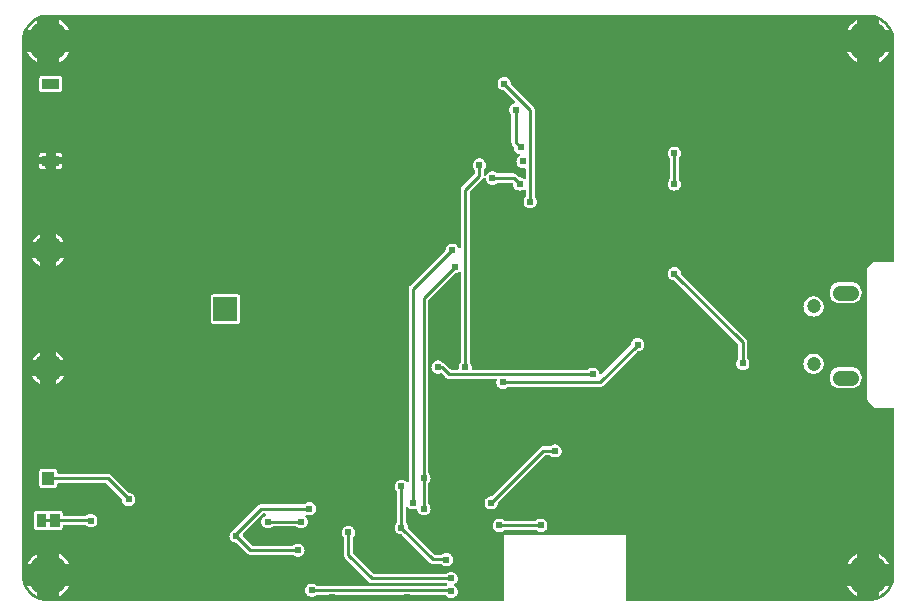
<source format=gbl>
G04 Layer: BottomLayer*
G04 EasyEDA v6.4.25, 2021-09-15T07:48:06+01:00*
G04 1eb5522c02d34d8f89c77509865788c0,48bc864c7916494db8d10f71d93e82f1,10*
G04 Gerber Generator version 0.2*
G04 Scale: 100 percent, Rotated: No, Reflected: No *
G04 Dimensions in millimeters *
G04 leading zeros omitted , absolute positions ,4 integer and 5 decimal *
%FSLAX45Y45*%
%MOMM*%

%ADD10C,0.2540*%
%ADD14C,0.6096*%
%ADD15C,0.6100*%
%ADD37C,1.2000*%
%ADD38C,3.5000*%
%ADD39C,2.5000*%
%ADD40R,2.0000X2.0000*%
%ADD41C,1.3000*%

%LPD*%
G36*
X250748Y-4994097D02*
G01*
X230022Y-4993182D01*
X210667Y-4990592D01*
X191566Y-4986324D01*
X172974Y-4980381D01*
X154889Y-4972862D01*
X137566Y-4963820D01*
X121107Y-4953304D01*
X105664Y-4941366D01*
X91236Y-4928108D01*
X78079Y-4913680D01*
X66192Y-4898136D01*
X55727Y-4881676D01*
X46736Y-4864303D01*
X39319Y-4846218D01*
X33477Y-4827574D01*
X29260Y-4808474D01*
X26771Y-4789119D01*
X25908Y-4769256D01*
X25908Y-250748D01*
X26822Y-230022D01*
X29413Y-210667D01*
X33680Y-191617D01*
X39624Y-172974D01*
X47142Y-154940D01*
X56184Y-137617D01*
X66700Y-121158D01*
X78638Y-105664D01*
X91897Y-91287D01*
X106324Y-78079D01*
X121869Y-66243D01*
X138379Y-55778D01*
X155702Y-46786D01*
X173786Y-39319D01*
X192430Y-33477D01*
X211531Y-29311D01*
X230936Y-26771D01*
X250748Y-25908D01*
X7189317Y-25908D01*
X7209993Y-26873D01*
X7229348Y-29464D01*
X7248398Y-33731D01*
X7267041Y-39624D01*
X7285075Y-47142D01*
X7302398Y-56184D01*
X7318857Y-66751D01*
X7334351Y-78689D01*
X7348728Y-91897D01*
X7361936Y-106324D01*
X7373772Y-121869D01*
X7384237Y-138379D01*
X7393228Y-155702D01*
X7400696Y-173786D01*
X7406538Y-192430D01*
X7410703Y-211531D01*
X7413244Y-230936D01*
X7414107Y-250850D01*
X7414107Y-2108352D01*
X7413345Y-2112264D01*
X7411110Y-2115515D01*
X7407859Y-2117750D01*
X7403947Y-2118512D01*
X7246061Y-2118512D01*
X7242352Y-2118817D01*
X7235291Y-2120849D01*
X7230364Y-2123592D01*
X7227163Y-2126284D01*
X7191908Y-2161336D01*
X7189368Y-2164232D01*
X7185863Y-2170684D01*
X7184288Y-2176068D01*
X7183983Y-2180386D01*
X7183983Y-3279648D01*
X7184288Y-3283458D01*
X7186320Y-3290519D01*
X7189063Y-3295396D01*
X7191857Y-3298647D01*
X7241336Y-3348126D01*
X7244232Y-3350615D01*
X7250684Y-3354171D01*
X7256068Y-3355695D01*
X7260336Y-3356000D01*
X7403947Y-3356000D01*
X7407808Y-3356762D01*
X7411110Y-3358997D01*
X7413294Y-3362248D01*
X7414107Y-3366160D01*
X7414107Y-4769256D01*
X7413142Y-4789982D01*
X7410551Y-4809337D01*
X7406284Y-4828438D01*
X7400391Y-4847082D01*
X7392873Y-4865116D01*
X7383830Y-4882438D01*
X7373264Y-4898898D01*
X7361326Y-4914392D01*
X7348118Y-4928768D01*
X7333691Y-4941925D01*
X7318146Y-4953812D01*
X7301636Y-4964277D01*
X7284262Y-4973269D01*
X7266228Y-4980686D01*
X7247585Y-4986528D01*
X7228484Y-4990744D01*
X7209078Y-4993233D01*
X7189266Y-4994097D01*
X5155184Y-4994097D01*
X5151272Y-4993335D01*
X5147970Y-4991150D01*
X5145786Y-4987848D01*
X5145024Y-4983937D01*
X5145024Y-4436008D01*
X5144008Y-4434992D01*
X4106011Y-4434992D01*
X4104995Y-4436008D01*
X4104995Y-4983937D01*
X4104233Y-4987848D01*
X4102049Y-4991150D01*
X4098747Y-4993335D01*
X4094835Y-4994097D01*
G37*

%LPC*%
G36*
X3659987Y-4966411D02*
G01*
X3669792Y-4965547D01*
X3679291Y-4963007D01*
X3688181Y-4958842D01*
X3696258Y-4953203D01*
X3703218Y-4946243D01*
X3708806Y-4938217D01*
X3712972Y-4929327D01*
X3715512Y-4919827D01*
X3716375Y-4910023D01*
X3715512Y-4900218D01*
X3712972Y-4890719D01*
X3708806Y-4881829D01*
X3703218Y-4873802D01*
X3696258Y-4866843D01*
X3691229Y-4863338D01*
X3688537Y-4860544D01*
X3687064Y-4856937D01*
X3687064Y-4853076D01*
X3688537Y-4849469D01*
X3691229Y-4846675D01*
X3696258Y-4843170D01*
X3703167Y-4836261D01*
X3708806Y-4828184D01*
X3712972Y-4819294D01*
X3715512Y-4809794D01*
X3716375Y-4800041D01*
X3715512Y-4790236D01*
X3712972Y-4780737D01*
X3708806Y-4771847D01*
X3703167Y-4763770D01*
X3696258Y-4756861D01*
X3688181Y-4751222D01*
X3679291Y-4747056D01*
X3669792Y-4744516D01*
X3659987Y-4743653D01*
X3650234Y-4744516D01*
X3640734Y-4747056D01*
X3631844Y-4751222D01*
X3623767Y-4756861D01*
X3622243Y-4758385D01*
X3618941Y-4760620D01*
X3615029Y-4761382D01*
X3010154Y-4761382D01*
X3006242Y-4760620D01*
X3002940Y-4758385D01*
X2831642Y-4587087D01*
X2829407Y-4583785D01*
X2828645Y-4579874D01*
X2828645Y-4455007D01*
X2829407Y-4451096D01*
X2831642Y-4447794D01*
X2833166Y-4446270D01*
X2838805Y-4438192D01*
X2842971Y-4429302D01*
X2845511Y-4419803D01*
X2846374Y-4410049D01*
X2845511Y-4400245D01*
X2842971Y-4390745D01*
X2838805Y-4381855D01*
X2833166Y-4373778D01*
X2826258Y-4366869D01*
X2818180Y-4361230D01*
X2809290Y-4357065D01*
X2799791Y-4354525D01*
X2790037Y-4353661D01*
X2780233Y-4354525D01*
X2770733Y-4357065D01*
X2761843Y-4361230D01*
X2753766Y-4366869D01*
X2746857Y-4373778D01*
X2741218Y-4381855D01*
X2737053Y-4390745D01*
X2734513Y-4400245D01*
X2733649Y-4410049D01*
X2734513Y-4419803D01*
X2737053Y-4429302D01*
X2741218Y-4438192D01*
X2746857Y-4446270D01*
X2748432Y-4447844D01*
X2750667Y-4451146D01*
X2751429Y-4455058D01*
X2751429Y-4599584D01*
X2752242Y-4607610D01*
X2754426Y-4614824D01*
X2757982Y-4621530D01*
X2763113Y-4627727D01*
X2962300Y-4826914D01*
X2968498Y-4832045D01*
X2975203Y-4835601D01*
X2982417Y-4837785D01*
X2990443Y-4838598D01*
X3614978Y-4838598D01*
X3618788Y-4839309D01*
X3621989Y-4841392D01*
X3624681Y-4843932D01*
X3626967Y-4847234D01*
X3627831Y-4851146D01*
X3627120Y-4855057D01*
X3624935Y-4858410D01*
X3621582Y-4860645D01*
X3617671Y-4861458D01*
X2525064Y-4861458D01*
X2521204Y-4860696D01*
X2517902Y-4858461D01*
X2516225Y-4856835D01*
X2508199Y-4851196D01*
X2499309Y-4847031D01*
X2489809Y-4844491D01*
X2480005Y-4843627D01*
X2470200Y-4844491D01*
X2460701Y-4847031D01*
X2451811Y-4851196D01*
X2443784Y-4856835D01*
X2436825Y-4863795D01*
X2431186Y-4871821D01*
X2427020Y-4880711D01*
X2424480Y-4890211D01*
X2423617Y-4900015D01*
X2424480Y-4909820D01*
X2427020Y-4919319D01*
X2431186Y-4928209D01*
X2436825Y-4936236D01*
X2443784Y-4943195D01*
X2451811Y-4948834D01*
X2460701Y-4953000D01*
X2470200Y-4955540D01*
X2480005Y-4956403D01*
X2489809Y-4955540D01*
X2499309Y-4953000D01*
X2508199Y-4948834D01*
X2516225Y-4943195D01*
X2517800Y-4941671D01*
X2521102Y-4939436D01*
X2524963Y-4938674D01*
X3606241Y-4938674D01*
X3609441Y-4939182D01*
X3612286Y-4940706D01*
X3614572Y-4942992D01*
X3616807Y-4946243D01*
X3623767Y-4953203D01*
X3631844Y-4958842D01*
X3640734Y-4963007D01*
X3650234Y-4965547D01*
G37*
G36*
X343865Y-4947462D02*
G01*
X347624Y-4945583D01*
X364134Y-4935372D01*
X379526Y-4923536D01*
X393750Y-4910328D01*
X406654Y-4895799D01*
X418033Y-4880102D01*
X427583Y-4863846D01*
X343865Y-4863846D01*
G37*
G36*
X7283856Y-4947462D02*
G01*
X7287666Y-4945583D01*
X7304125Y-4935372D01*
X7319568Y-4923536D01*
X7333742Y-4910328D01*
X7346645Y-4895799D01*
X7358024Y-4880102D01*
X7367574Y-4863846D01*
X7283856Y-4863846D01*
G37*
G36*
X156159Y-4947412D02*
G01*
X156159Y-4863846D01*
X72644Y-4863846D01*
X76809Y-4871872D01*
X87477Y-4888077D01*
X99618Y-4903216D01*
X113182Y-4917135D01*
X128016Y-4929632D01*
X144018Y-4940655D01*
G37*
G36*
X7096150Y-4947412D02*
G01*
X7096150Y-4863846D01*
X7012635Y-4863846D01*
X7016851Y-4871872D01*
X7027468Y-4888077D01*
X7039609Y-4903216D01*
X7053173Y-4917135D01*
X7068007Y-4929632D01*
X7084009Y-4940655D01*
G37*
G36*
X3620008Y-4696358D02*
G01*
X3629812Y-4695494D01*
X3639261Y-4692954D01*
X3648201Y-4688840D01*
X3656228Y-4683201D01*
X3663187Y-4676241D01*
X3668826Y-4668215D01*
X3672941Y-4659274D01*
X3675481Y-4649825D01*
X3676345Y-4640021D01*
X3675481Y-4630216D01*
X3672941Y-4620768D01*
X3668826Y-4611827D01*
X3663187Y-4603800D01*
X3656228Y-4596841D01*
X3648201Y-4591202D01*
X3639261Y-4587087D01*
X3629812Y-4584547D01*
X3620008Y-4583684D01*
X3610203Y-4584547D01*
X3600754Y-4587087D01*
X3591814Y-4591202D01*
X3583787Y-4596841D01*
X3582263Y-4598365D01*
X3578961Y-4600600D01*
X3575050Y-4601362D01*
X3530295Y-4601362D01*
X3526434Y-4600600D01*
X3523132Y-4598365D01*
X3299155Y-4374591D01*
X3297123Y-4371695D01*
X3296208Y-4368292D01*
X3295497Y-4360214D01*
X3292957Y-4350766D01*
X3288792Y-4341825D01*
X3283153Y-4333798D01*
X3281578Y-4332224D01*
X3279394Y-4328922D01*
X3278632Y-4325010D01*
X3278632Y-4202430D01*
X3279394Y-4198518D01*
X3281578Y-4195216D01*
X3284931Y-4193032D01*
X3288792Y-4192270D01*
X3292703Y-4193082D01*
X3296005Y-4195267D01*
X3303828Y-4203192D01*
X3311804Y-4208830D01*
X3320745Y-4212945D01*
X3330194Y-4215485D01*
X3339998Y-4216349D01*
X3349802Y-4215485D01*
X3364484Y-4211574D01*
X3368801Y-4212539D01*
X3372256Y-4215231D01*
X3374288Y-4219092D01*
X3377031Y-4229303D01*
X3381197Y-4238193D01*
X3386836Y-4246270D01*
X3393744Y-4253179D01*
X3401822Y-4258818D01*
X3410712Y-4262983D01*
X3420211Y-4265523D01*
X3430015Y-4266387D01*
X3439769Y-4265523D01*
X3449269Y-4262983D01*
X3458159Y-4258818D01*
X3466236Y-4253179D01*
X3473145Y-4246270D01*
X3478784Y-4238193D01*
X3482949Y-4229303D01*
X3485489Y-4219803D01*
X3486353Y-4210050D01*
X3485489Y-4200245D01*
X3482949Y-4190746D01*
X3478784Y-4181856D01*
X3473145Y-4173778D01*
X3471570Y-4172254D01*
X3469386Y-4168952D01*
X3468624Y-4165041D01*
X3468624Y-3994962D01*
X3469386Y-3991101D01*
X3471570Y-3987800D01*
X3473145Y-3986225D01*
X3478784Y-3978198D01*
X3482949Y-3969258D01*
X3485489Y-3959809D01*
X3486353Y-3950004D01*
X3485489Y-3940200D01*
X3482949Y-3930751D01*
X3478784Y-3921810D01*
X3473145Y-3913784D01*
X3471570Y-3912209D01*
X3469386Y-3908907D01*
X3468573Y-3904996D01*
X3468573Y-2443784D01*
X3469386Y-2439873D01*
X3471570Y-2436571D01*
X3689350Y-2218791D01*
X3692245Y-2216810D01*
X3695649Y-2215896D01*
X3699814Y-2215489D01*
X3709263Y-2212949D01*
X3718204Y-2208834D01*
X3725519Y-2203653D01*
X3729583Y-2201976D01*
X3734003Y-2202180D01*
X3737914Y-2204212D01*
X3740556Y-2207717D01*
X3741521Y-2211984D01*
X3741521Y-2964891D01*
X3740759Y-2968802D01*
X3738524Y-2972104D01*
X3736848Y-2973781D01*
X3731209Y-2981858D01*
X3727043Y-2990748D01*
X3724503Y-3000248D01*
X3723640Y-3010052D01*
X3724554Y-3020364D01*
X3724046Y-3024479D01*
X3721912Y-3028086D01*
X3718509Y-3030524D01*
X3714445Y-3031388D01*
X3660394Y-3031388D01*
X3656482Y-3030626D01*
X3653180Y-3028391D01*
X3607866Y-2983077D01*
X3601618Y-2977946D01*
X3594100Y-2973933D01*
X3591763Y-2972257D01*
X3586276Y-2966923D01*
X3578199Y-2961233D01*
X3569258Y-2957068D01*
X3559810Y-2954528D01*
X3550005Y-2953664D01*
X3540201Y-2954528D01*
X3530752Y-2957068D01*
X3521811Y-2961233D01*
X3513785Y-2966872D01*
X3506825Y-2973781D01*
X3501186Y-2981858D01*
X3497072Y-2990748D01*
X3494532Y-3000248D01*
X3493668Y-3010052D01*
X3494532Y-3019806D01*
X3497072Y-3029305D01*
X3501186Y-3038195D01*
X3506825Y-3046272D01*
X3513785Y-3053181D01*
X3521811Y-3058820D01*
X3530752Y-3062986D01*
X3540201Y-3065526D01*
X3550005Y-3066389D01*
X3559810Y-3065526D01*
X3573272Y-3062071D01*
X3577234Y-3062833D01*
X3580637Y-3065068D01*
X3612540Y-3096920D01*
X3618737Y-3102051D01*
X3625392Y-3105607D01*
X3632657Y-3107791D01*
X3640683Y-3108604D01*
X4037076Y-3108604D01*
X4040682Y-3109264D01*
X4043832Y-3111195D01*
X4046118Y-3114141D01*
X4047185Y-3117697D01*
X4046880Y-3121406D01*
X4044492Y-3130245D01*
X4043629Y-3140049D01*
X4044492Y-3149803D01*
X4047032Y-3159302D01*
X4051198Y-3168192D01*
X4056837Y-3176270D01*
X4063746Y-3183178D01*
X4071823Y-3188817D01*
X4080713Y-3192983D01*
X4090212Y-3195523D01*
X4099966Y-3196386D01*
X4109770Y-3195523D01*
X4119270Y-3192983D01*
X4128160Y-3188817D01*
X4136237Y-3183178D01*
X4137812Y-3181604D01*
X4141114Y-3179419D01*
X4144975Y-3178657D01*
X4919472Y-3178657D01*
X4927498Y-3177844D01*
X4934762Y-3175660D01*
X4941417Y-3172104D01*
X4947666Y-3166973D01*
X5235448Y-2879140D01*
X5238343Y-2877108D01*
X5241747Y-2876194D01*
X5249773Y-2875483D01*
X5259273Y-2872943D01*
X5268163Y-2868828D01*
X5276240Y-2863189D01*
X5283149Y-2856230D01*
X5288788Y-2848203D01*
X5292953Y-2839262D01*
X5295493Y-2829814D01*
X5296357Y-2820009D01*
X5295493Y-2810205D01*
X5292953Y-2800756D01*
X5288788Y-2791815D01*
X5283149Y-2783789D01*
X5276240Y-2776829D01*
X5268163Y-2771190D01*
X5259273Y-2767076D01*
X5249773Y-2764536D01*
X5240020Y-2763672D01*
X5230215Y-2764536D01*
X5220716Y-2767076D01*
X5211826Y-2771190D01*
X5203748Y-2776829D01*
X5196840Y-2783789D01*
X5191201Y-2791815D01*
X5187035Y-2800756D01*
X5184495Y-2810205D01*
X5183784Y-2818231D01*
X5182870Y-2821635D01*
X5180838Y-2824530D01*
X4933289Y-3072130D01*
X4930140Y-3074263D01*
X4926431Y-3075076D01*
X4922621Y-3074466D01*
X4919370Y-3072536D01*
X4917033Y-3069488D01*
X4915966Y-3065830D01*
X4915509Y-3060242D01*
X4912969Y-3050743D01*
X4908804Y-3041853D01*
X4903165Y-3033776D01*
X4896256Y-3026867D01*
X4888179Y-3021228D01*
X4879289Y-3017062D01*
X4869789Y-3014522D01*
X4860036Y-3013659D01*
X4850231Y-3014522D01*
X4840732Y-3017062D01*
X4831842Y-3021228D01*
X4823764Y-3026867D01*
X4822240Y-3028391D01*
X4818938Y-3030626D01*
X4815027Y-3031388D01*
X3845560Y-3031388D01*
X3841496Y-3030524D01*
X3838092Y-3028086D01*
X3835958Y-3024479D01*
X3835450Y-3020364D01*
X3836365Y-3010052D01*
X3835501Y-3000248D01*
X3832961Y-2990748D01*
X3828796Y-2981858D01*
X3823157Y-2973781D01*
X3821734Y-2972358D01*
X3819499Y-2969056D01*
X3818737Y-2965145D01*
X3818737Y-1530146D01*
X3819499Y-1526235D01*
X3821734Y-1522933D01*
X3926941Y-1417726D01*
X3932072Y-1411478D01*
X3934612Y-1406702D01*
X3937406Y-1403451D01*
X3941267Y-1401622D01*
X3945585Y-1401572D01*
X3949547Y-1403299D01*
X3952392Y-1406499D01*
X3953662Y-1410614D01*
X3954475Y-1419809D01*
X3957015Y-1429308D01*
X3961180Y-1438198D01*
X3966819Y-1446225D01*
X3973779Y-1453184D01*
X3981805Y-1458823D01*
X3990695Y-1462989D01*
X4000195Y-1465529D01*
X4009999Y-1466392D01*
X4019804Y-1465529D01*
X4029303Y-1462989D01*
X4038193Y-1458823D01*
X4046220Y-1453184D01*
X4047845Y-1451610D01*
X4051147Y-1449374D01*
X4055008Y-1448612D01*
X4169765Y-1448612D01*
X4173677Y-1449374D01*
X4176979Y-1451610D01*
X4180840Y-1455470D01*
X4182872Y-1458366D01*
X4183786Y-1461770D01*
X4184497Y-1469796D01*
X4187037Y-1479296D01*
X4191203Y-1488186D01*
X4196791Y-1496263D01*
X4203750Y-1503222D01*
X4211828Y-1508810D01*
X4220718Y-1512976D01*
X4230217Y-1515516D01*
X4240022Y-1516380D01*
X4249775Y-1515516D01*
X4259275Y-1512976D01*
X4268165Y-1508810D01*
X4275429Y-1503781D01*
X4279493Y-1502105D01*
X4283862Y-1502257D01*
X4287774Y-1504289D01*
X4290466Y-1507794D01*
X4291431Y-1512112D01*
X4291431Y-1564995D01*
X4290618Y-1568856D01*
X4288434Y-1572158D01*
X4286808Y-1573784D01*
X4281220Y-1581810D01*
X4277055Y-1590700D01*
X4274515Y-1600200D01*
X4273651Y-1610004D01*
X4274515Y-1619808D01*
X4277055Y-1629308D01*
X4281220Y-1638198D01*
X4286808Y-1646224D01*
X4293768Y-1653184D01*
X4301845Y-1658823D01*
X4310735Y-1662988D01*
X4320235Y-1665528D01*
X4330039Y-1666392D01*
X4339793Y-1665528D01*
X4349292Y-1662988D01*
X4358182Y-1658823D01*
X4366260Y-1653184D01*
X4373219Y-1646224D01*
X4378807Y-1638198D01*
X4382973Y-1629308D01*
X4385513Y-1619808D01*
X4386376Y-1610004D01*
X4385513Y-1600200D01*
X4382973Y-1590700D01*
X4378807Y-1581810D01*
X4373219Y-1573784D01*
X4371594Y-1572158D01*
X4369409Y-1568856D01*
X4368596Y-1564995D01*
X4368596Y-830529D01*
X4367834Y-822502D01*
X4365650Y-815289D01*
X4362094Y-808583D01*
X4356963Y-802386D01*
X4169156Y-614578D01*
X4167124Y-611682D01*
X4166209Y-608279D01*
X4165498Y-600202D01*
X4162958Y-590702D01*
X4158792Y-581812D01*
X4153204Y-573786D01*
X4146245Y-566826D01*
X4138168Y-561187D01*
X4129278Y-557022D01*
X4119778Y-554482D01*
X4110024Y-553618D01*
X4100220Y-554482D01*
X4090720Y-557022D01*
X4081830Y-561187D01*
X4073753Y-566826D01*
X4066794Y-573786D01*
X4061206Y-581812D01*
X4057040Y-590702D01*
X4054500Y-600202D01*
X4053636Y-610006D01*
X4054500Y-619810D01*
X4057040Y-629310D01*
X4061206Y-638200D01*
X4066794Y-646226D01*
X4073753Y-653186D01*
X4081830Y-658825D01*
X4090720Y-662990D01*
X4100220Y-665530D01*
X4108246Y-666242D01*
X4111650Y-667156D01*
X4114546Y-669137D01*
X4203293Y-757936D01*
X4205630Y-761441D01*
X4206290Y-765657D01*
X4205173Y-769721D01*
X4202531Y-773023D01*
X4198772Y-774903D01*
X4190746Y-777087D01*
X4181805Y-781202D01*
X4173778Y-786841D01*
X4166819Y-793800D01*
X4161180Y-801827D01*
X4157065Y-810768D01*
X4154525Y-820216D01*
X4153662Y-830021D01*
X4154525Y-839825D01*
X4157065Y-849274D01*
X4161180Y-858215D01*
X4166819Y-866241D01*
X4168394Y-867816D01*
X4170629Y-871118D01*
X4171391Y-875030D01*
X4171391Y-1109522D01*
X4172204Y-1117549D01*
X4174388Y-1124762D01*
X4177944Y-1131417D01*
X4183075Y-1137666D01*
X4190898Y-1145489D01*
X4192879Y-1148384D01*
X4193794Y-1151788D01*
X4194505Y-1159814D01*
X4197045Y-1169263D01*
X4201210Y-1178204D01*
X4206849Y-1186230D01*
X4213758Y-1193190D01*
X4221835Y-1198829D01*
X4230725Y-1202944D01*
X4236567Y-1204518D01*
X4239971Y-1206195D01*
X4242562Y-1208989D01*
X4243933Y-1212545D01*
X4243882Y-1216406D01*
X4242409Y-1219911D01*
X4239717Y-1222654D01*
X4233773Y-1226820D01*
X4226814Y-1233779D01*
X4221175Y-1241856D01*
X4217009Y-1250746D01*
X4214469Y-1260246D01*
X4213606Y-1270050D01*
X4214469Y-1279804D01*
X4217009Y-1289304D01*
X4221175Y-1298194D01*
X4226814Y-1306271D01*
X4233773Y-1313230D01*
X4241800Y-1318818D01*
X4250690Y-1322984D01*
X4260189Y-1325524D01*
X4269994Y-1326388D01*
X4280357Y-1325473D01*
X4284522Y-1325981D01*
X4288129Y-1328115D01*
X4290568Y-1331518D01*
X4291431Y-1335633D01*
X4291431Y-1407922D01*
X4290466Y-1412240D01*
X4287774Y-1415745D01*
X4283862Y-1417777D01*
X4279493Y-1417929D01*
X4275429Y-1416253D01*
X4268165Y-1411224D01*
X4259275Y-1407058D01*
X4249775Y-1404518D01*
X4241749Y-1403807D01*
X4238345Y-1402892D01*
X4235450Y-1400860D01*
X4217619Y-1383080D01*
X4211421Y-1377950D01*
X4204766Y-1374394D01*
X4197502Y-1372209D01*
X4189476Y-1371396D01*
X4055008Y-1371396D01*
X4051147Y-1370634D01*
X4047845Y-1368399D01*
X4046220Y-1366824D01*
X4038193Y-1361186D01*
X4029303Y-1357020D01*
X4019804Y-1354480D01*
X4009999Y-1353616D01*
X4000195Y-1354480D01*
X3990695Y-1357020D01*
X3981805Y-1361186D01*
X3973779Y-1366824D01*
X3966819Y-1373784D01*
X3961180Y-1381810D01*
X3957980Y-1388719D01*
X3955694Y-1391869D01*
X3952341Y-1393901D01*
X3948531Y-1394561D01*
X3944721Y-1393748D01*
X3941470Y-1391513D01*
X3939336Y-1388262D01*
X3938625Y-1384401D01*
X3938625Y-1345031D01*
X3939387Y-1341120D01*
X3941572Y-1337818D01*
X3943146Y-1336243D01*
X3948785Y-1328216D01*
X3952951Y-1319276D01*
X3955491Y-1309827D01*
X3956354Y-1300022D01*
X3955491Y-1290218D01*
X3952951Y-1280769D01*
X3948785Y-1271828D01*
X3943146Y-1263802D01*
X3936237Y-1256842D01*
X3928160Y-1251204D01*
X3919270Y-1247089D01*
X3909771Y-1244549D01*
X3900017Y-1243685D01*
X3890213Y-1244549D01*
X3880713Y-1247089D01*
X3871823Y-1251204D01*
X3863746Y-1256842D01*
X3856837Y-1263802D01*
X3851198Y-1271828D01*
X3847033Y-1280769D01*
X3844493Y-1290218D01*
X3843629Y-1300022D01*
X3844493Y-1309827D01*
X3847033Y-1319276D01*
X3851198Y-1328216D01*
X3856837Y-1336243D01*
X3858412Y-1337818D01*
X3860596Y-1341120D01*
X3861409Y-1345031D01*
X3861409Y-1369872D01*
X3860596Y-1373733D01*
X3858412Y-1377035D01*
X3753205Y-1482293D01*
X3748074Y-1488490D01*
X3744518Y-1495196D01*
X3742334Y-1502410D01*
X3741521Y-1510436D01*
X3741521Y-1994763D01*
X3740759Y-1998573D01*
X3738626Y-2001824D01*
X3735425Y-2004060D01*
X3731615Y-2004923D01*
X3727754Y-2004263D01*
X3724452Y-2002180D01*
X3722166Y-1999030D01*
X3718814Y-1991817D01*
X3713175Y-1983790D01*
X3706215Y-1976831D01*
X3698189Y-1971192D01*
X3689248Y-1967077D01*
X3679799Y-1964537D01*
X3669995Y-1963674D01*
X3660190Y-1964537D01*
X3650742Y-1967077D01*
X3641801Y-1971192D01*
X3633774Y-1976831D01*
X3626815Y-1983790D01*
X3621176Y-1991817D01*
X3617061Y-2000757D01*
X3614521Y-2010206D01*
X3613810Y-2018233D01*
X3612896Y-2021636D01*
X3610864Y-2024532D01*
X3313074Y-2322372D01*
X3307943Y-2328570D01*
X3304387Y-2335276D01*
X3302203Y-2342489D01*
X3301390Y-2350516D01*
X3301390Y-3977589D01*
X3300628Y-3981500D01*
X3298393Y-3984802D01*
X3295091Y-3986987D01*
X3291179Y-3987749D01*
X3287268Y-3986936D01*
X3284016Y-3984751D01*
X3276193Y-3976827D01*
X3268167Y-3971188D01*
X3259277Y-3967073D01*
X3249777Y-3964533D01*
X3239973Y-3963670D01*
X3230219Y-3964533D01*
X3220720Y-3967073D01*
X3211830Y-3971188D01*
X3203752Y-3976827D01*
X3196844Y-3983786D01*
X3191205Y-3991813D01*
X3187039Y-4000754D01*
X3184499Y-4010202D01*
X3183636Y-4020007D01*
X3184499Y-4029811D01*
X3187039Y-4039260D01*
X3191205Y-4048201D01*
X3196844Y-4056227D01*
X3198266Y-4057700D01*
X3200501Y-4061002D01*
X3201263Y-4064863D01*
X3201263Y-4325162D01*
X3200501Y-4329023D01*
X3198266Y-4332325D01*
X3196844Y-4333798D01*
X3191205Y-4341825D01*
X3187039Y-4350766D01*
X3184499Y-4360214D01*
X3183636Y-4370019D01*
X3184499Y-4379823D01*
X3187039Y-4389272D01*
X3191205Y-4398213D01*
X3196844Y-4406239D01*
X3203752Y-4413199D01*
X3211830Y-4418838D01*
X3220720Y-4422952D01*
X3230219Y-4425492D01*
X3238195Y-4426204D01*
X3241598Y-4427118D01*
X3244494Y-4429150D01*
X3482492Y-4666945D01*
X3488690Y-4672025D01*
X3495395Y-4675581D01*
X3502609Y-4677765D01*
X3510635Y-4678578D01*
X3574948Y-4678578D01*
X3578860Y-4679340D01*
X3582162Y-4681575D01*
X3583787Y-4683201D01*
X3591814Y-4688840D01*
X3600754Y-4692954D01*
X3610203Y-4695494D01*
G37*
G36*
X72644Y-4676140D02*
G01*
X156159Y-4676140D01*
X156159Y-4592624D01*
X144018Y-4599381D01*
X128016Y-4610404D01*
X113182Y-4622901D01*
X99618Y-4636770D01*
X87477Y-4651908D01*
X76809Y-4668164D01*
G37*
G36*
X7012635Y-4676140D02*
G01*
X7096150Y-4676140D01*
X7096150Y-4592624D01*
X7084009Y-4599381D01*
X7068007Y-4610404D01*
X7053173Y-4622901D01*
X7039609Y-4636770D01*
X7027468Y-4651908D01*
X7016851Y-4668164D01*
G37*
G36*
X343865Y-4676140D02*
G01*
X427583Y-4676140D01*
X418033Y-4659934D01*
X406654Y-4644237D01*
X393750Y-4629708D01*
X379526Y-4616450D01*
X364134Y-4604664D01*
X347624Y-4594453D01*
X343865Y-4592574D01*
G37*
G36*
X7283856Y-4676140D02*
G01*
X7367574Y-4676140D01*
X7358024Y-4659934D01*
X7346645Y-4644237D01*
X7333742Y-4629708D01*
X7319568Y-4616450D01*
X7304125Y-4604664D01*
X7287666Y-4594453D01*
X7283856Y-4592574D01*
G37*
G36*
X2363012Y-4616653D02*
G01*
X2372817Y-4615789D01*
X2382266Y-4613249D01*
X2391206Y-4609134D01*
X2399233Y-4603496D01*
X2406192Y-4596536D01*
X2411831Y-4588510D01*
X2415946Y-4579569D01*
X2418486Y-4570120D01*
X2419350Y-4560316D01*
X2418486Y-4550511D01*
X2415946Y-4541062D01*
X2411831Y-4532122D01*
X2406192Y-4524095D01*
X2399233Y-4517136D01*
X2391206Y-4511497D01*
X2382266Y-4507382D01*
X2372817Y-4504842D01*
X2363012Y-4503978D01*
X2353208Y-4504842D01*
X2343759Y-4507382D01*
X2334818Y-4511497D01*
X2326792Y-4517136D01*
X2325217Y-4518710D01*
X2321915Y-4520946D01*
X2318054Y-4521708D01*
X1980488Y-4521708D01*
X1976628Y-4520946D01*
X1973325Y-4518710D01*
X1899107Y-4444542D01*
X1897125Y-4441647D01*
X1896211Y-4438243D01*
X1895500Y-4430217D01*
X1894687Y-4427118D01*
X1894332Y-4423613D01*
X1895246Y-4420209D01*
X1897278Y-4417314D01*
X2062988Y-4251604D01*
X2066289Y-4249420D01*
X2070201Y-4248658D01*
X2084425Y-4248658D01*
X2088235Y-4249369D01*
X2091486Y-4251502D01*
X2093722Y-4254754D01*
X2094585Y-4258564D01*
X2093925Y-4262374D01*
X2091842Y-4265726D01*
X2088692Y-4268012D01*
X2081834Y-4271213D01*
X2073757Y-4276852D01*
X2066848Y-4283760D01*
X2061210Y-4291838D01*
X2057044Y-4300728D01*
X2054504Y-4310227D01*
X2053640Y-4320032D01*
X2054504Y-4329785D01*
X2057044Y-4339285D01*
X2061210Y-4348175D01*
X2066848Y-4356252D01*
X2073757Y-4363161D01*
X2081834Y-4368800D01*
X2090724Y-4372965D01*
X2100224Y-4375505D01*
X2110028Y-4376369D01*
X2119782Y-4375505D01*
X2129282Y-4372965D01*
X2138172Y-4368800D01*
X2146249Y-4363161D01*
X2147824Y-4361586D01*
X2151075Y-4359402D01*
X2154986Y-4358640D01*
X2345029Y-4358640D01*
X2348941Y-4359402D01*
X2352192Y-4361586D01*
X2353767Y-4363161D01*
X2361844Y-4368800D01*
X2370734Y-4372965D01*
X2380234Y-4375505D01*
X2389987Y-4376369D01*
X2399792Y-4375505D01*
X2409291Y-4372965D01*
X2418181Y-4368800D01*
X2426258Y-4363161D01*
X2433167Y-4356252D01*
X2438806Y-4348175D01*
X2442972Y-4339285D01*
X2445512Y-4329785D01*
X2446375Y-4320032D01*
X2445512Y-4310227D01*
X2442972Y-4300728D01*
X2438806Y-4291838D01*
X2433167Y-4283760D01*
X2428341Y-4278934D01*
X2426106Y-4275582D01*
X2425344Y-4271619D01*
X2426208Y-4267708D01*
X2428544Y-4264406D01*
X2431948Y-4262272D01*
X2435910Y-4261612D01*
X2450185Y-4265523D01*
X2459990Y-4266387D01*
X2469794Y-4265523D01*
X2479243Y-4262983D01*
X2488184Y-4258818D01*
X2496210Y-4253179D01*
X2503170Y-4246270D01*
X2508808Y-4238193D01*
X2512923Y-4229303D01*
X2515463Y-4219803D01*
X2516327Y-4210050D01*
X2515463Y-4200245D01*
X2512923Y-4190746D01*
X2508808Y-4181856D01*
X2503170Y-4173778D01*
X2496210Y-4166870D01*
X2488184Y-4161231D01*
X2479243Y-4157065D01*
X2469794Y-4154525D01*
X2459990Y-4153662D01*
X2450185Y-4154525D01*
X2440736Y-4157065D01*
X2431796Y-4161231D01*
X2423769Y-4166870D01*
X2422194Y-4168444D01*
X2418892Y-4170629D01*
X2414981Y-4171442D01*
X2050491Y-4171442D01*
X2042464Y-4172204D01*
X2035251Y-4174388D01*
X2028596Y-4177944D01*
X2022348Y-4183075D01*
X1817522Y-4387900D01*
X1814626Y-4389932D01*
X1811832Y-4391202D01*
X1803755Y-4396841D01*
X1796846Y-4403801D01*
X1791207Y-4411827D01*
X1787042Y-4420768D01*
X1784502Y-4430217D01*
X1783638Y-4440021D01*
X1784502Y-4449826D01*
X1787042Y-4459274D01*
X1791207Y-4468215D01*
X1796846Y-4476242D01*
X1803755Y-4483201D01*
X1811832Y-4488840D01*
X1820722Y-4492955D01*
X1830222Y-4495495D01*
X1838248Y-4496206D01*
X1841652Y-4497120D01*
X1844548Y-4499152D01*
X1932635Y-4587240D01*
X1938883Y-4592370D01*
X1945538Y-4595926D01*
X1952752Y-4598111D01*
X1960778Y-4598924D01*
X2318004Y-4598924D01*
X2321915Y-4599686D01*
X2325217Y-4601870D01*
X2326792Y-4603496D01*
X2334818Y-4609134D01*
X2343759Y-4613249D01*
X2353208Y-4615789D01*
G37*
G36*
X4069994Y-4406392D02*
G01*
X4079798Y-4405528D01*
X4089298Y-4402988D01*
X4098188Y-4398822D01*
X4106214Y-4393184D01*
X4107840Y-4391609D01*
X4111142Y-4389374D01*
X4115003Y-4388612D01*
X4374997Y-4388612D01*
X4378909Y-4389374D01*
X4382211Y-4391609D01*
X4383786Y-4393184D01*
X4391812Y-4398822D01*
X4400753Y-4402937D01*
X4410202Y-4405477D01*
X4420006Y-4406341D01*
X4429810Y-4405477D01*
X4439259Y-4402937D01*
X4448200Y-4398822D01*
X4456226Y-4393184D01*
X4463186Y-4386224D01*
X4468825Y-4378198D01*
X4472940Y-4369257D01*
X4475480Y-4359808D01*
X4476343Y-4350004D01*
X4475480Y-4340199D01*
X4472940Y-4330750D01*
X4468825Y-4321810D01*
X4463186Y-4313783D01*
X4456226Y-4306824D01*
X4448200Y-4301185D01*
X4439259Y-4297070D01*
X4429810Y-4294530D01*
X4420006Y-4293666D01*
X4410202Y-4294530D01*
X4400753Y-4297070D01*
X4391812Y-4301185D01*
X4383786Y-4306824D01*
X4382211Y-4308398D01*
X4378909Y-4310634D01*
X4374997Y-4311396D01*
X4115003Y-4311396D01*
X4111142Y-4310634D01*
X4107840Y-4308398D01*
X4106214Y-4306824D01*
X4098188Y-4301185D01*
X4089298Y-4297019D01*
X4079798Y-4294479D01*
X4069994Y-4293616D01*
X4060190Y-4294479D01*
X4050690Y-4297019D01*
X4041800Y-4301185D01*
X4033774Y-4306824D01*
X4026814Y-4313783D01*
X4021175Y-4321810D01*
X4017010Y-4330700D01*
X4014470Y-4340199D01*
X4013606Y-4350004D01*
X4014470Y-4359808D01*
X4017010Y-4369308D01*
X4021175Y-4378198D01*
X4026814Y-4386224D01*
X4033774Y-4393184D01*
X4041800Y-4398822D01*
X4050690Y-4402988D01*
X4060190Y-4405528D01*
G37*
G36*
X154736Y-4388662D02*
G01*
X233578Y-4388662D01*
X239877Y-4387951D01*
X246634Y-4385513D01*
X250037Y-4384903D01*
X253441Y-4385513D01*
X260197Y-4387951D01*
X266496Y-4388662D01*
X345338Y-4388662D01*
X351688Y-4387900D01*
X357124Y-4386021D01*
X362051Y-4382922D01*
X366115Y-4378858D01*
X369214Y-4373930D01*
X371094Y-4368495D01*
X371856Y-4362145D01*
X371856Y-4356557D01*
X372618Y-4352696D01*
X374802Y-4349394D01*
X378104Y-4347210D01*
X382016Y-4346397D01*
X562813Y-4346397D01*
X566674Y-4347210D01*
X569976Y-4349394D01*
X573786Y-4353204D01*
X581812Y-4358843D01*
X590753Y-4362958D01*
X600202Y-4365498D01*
X610006Y-4366361D01*
X619810Y-4365498D01*
X629259Y-4362958D01*
X638200Y-4358843D01*
X646226Y-4353204D01*
X653186Y-4346244D01*
X658825Y-4338218D01*
X662940Y-4329277D01*
X665480Y-4319828D01*
X666343Y-4310024D01*
X665480Y-4300220D01*
X662940Y-4290771D01*
X658825Y-4281830D01*
X653186Y-4273804D01*
X646226Y-4266844D01*
X638200Y-4261205D01*
X629259Y-4257090D01*
X619810Y-4254550D01*
X610006Y-4253687D01*
X600202Y-4254550D01*
X590753Y-4257090D01*
X581812Y-4261205D01*
X573074Y-4267352D01*
X570280Y-4268724D01*
X567232Y-4269181D01*
X382016Y-4269181D01*
X378104Y-4268419D01*
X374802Y-4266234D01*
X372618Y-4262932D01*
X371856Y-4259021D01*
X371856Y-4253331D01*
X371094Y-4246981D01*
X369214Y-4241546D01*
X366115Y-4236618D01*
X362051Y-4232554D01*
X357124Y-4229455D01*
X351688Y-4227576D01*
X345338Y-4226864D01*
X266496Y-4226864D01*
X260197Y-4227525D01*
X253441Y-4229963D01*
X250037Y-4230573D01*
X246634Y-4229963D01*
X239877Y-4227525D01*
X233578Y-4226864D01*
X154736Y-4226864D01*
X148386Y-4227576D01*
X142951Y-4229455D01*
X138023Y-4232554D01*
X133959Y-4236618D01*
X130860Y-4241546D01*
X128981Y-4246981D01*
X128270Y-4253331D01*
X128270Y-4362145D01*
X128981Y-4368495D01*
X130860Y-4373930D01*
X133959Y-4378858D01*
X138023Y-4382922D01*
X142951Y-4386021D01*
X148386Y-4387900D01*
G37*
G36*
X3999992Y-4216349D02*
G01*
X4009796Y-4215485D01*
X4019245Y-4212945D01*
X4028186Y-4208830D01*
X4036212Y-4203192D01*
X4043172Y-4196232D01*
X4048810Y-4188206D01*
X4052925Y-4179265D01*
X4055465Y-4169816D01*
X4056176Y-4161790D01*
X4057091Y-4158386D01*
X4059123Y-4155490D01*
X4453026Y-3761587D01*
X4456328Y-3759403D01*
X4460189Y-3758641D01*
X4495038Y-3758641D01*
X4498898Y-3759403D01*
X4502200Y-3761587D01*
X4503775Y-3763162D01*
X4511802Y-3768801D01*
X4520742Y-3772966D01*
X4530191Y-3775506D01*
X4539996Y-3776370D01*
X4549800Y-3775506D01*
X4559249Y-3772966D01*
X4568190Y-3768801D01*
X4576216Y-3763162D01*
X4583176Y-3756253D01*
X4588814Y-3748176D01*
X4592929Y-3739286D01*
X4595469Y-3729786D01*
X4596333Y-3720033D01*
X4595469Y-3710228D01*
X4592929Y-3700729D01*
X4588814Y-3691839D01*
X4583176Y-3683762D01*
X4576216Y-3676853D01*
X4568190Y-3671214D01*
X4559249Y-3667048D01*
X4549800Y-3664508D01*
X4539996Y-3663645D01*
X4530191Y-3664508D01*
X4520742Y-3667048D01*
X4511802Y-3671214D01*
X4503775Y-3676853D01*
X4502200Y-3678428D01*
X4498898Y-3680612D01*
X4494987Y-3681425D01*
X4440478Y-3681425D01*
X4432452Y-3682187D01*
X4425238Y-3684371D01*
X4418584Y-3687927D01*
X4412335Y-3693058D01*
X4004513Y-4100880D01*
X4001617Y-4102912D01*
X3998214Y-4103827D01*
X3990187Y-4104538D01*
X3980738Y-4107078D01*
X3971798Y-4111193D01*
X3963771Y-4116832D01*
X3956812Y-4123791D01*
X3951173Y-4131818D01*
X3947058Y-4140758D01*
X3944518Y-4150207D01*
X3943654Y-4160012D01*
X3944518Y-4169816D01*
X3947058Y-4179265D01*
X3951173Y-4188206D01*
X3956812Y-4196232D01*
X3963771Y-4203192D01*
X3971798Y-4208830D01*
X3980738Y-4212945D01*
X3990187Y-4215485D01*
G37*
G36*
X929995Y-4186377D02*
G01*
X939800Y-4185513D01*
X949248Y-4182973D01*
X958189Y-4178808D01*
X966216Y-4173169D01*
X973175Y-4166260D01*
X978814Y-4158183D01*
X982929Y-4149293D01*
X985469Y-4139793D01*
X986332Y-4130040D01*
X985469Y-4120235D01*
X982929Y-4110736D01*
X978814Y-4101846D01*
X973175Y-4093768D01*
X966216Y-4086860D01*
X958189Y-4081221D01*
X949248Y-4077055D01*
X939800Y-4074515D01*
X931773Y-4073804D01*
X928369Y-4072890D01*
X925474Y-4070858D01*
X779780Y-3925163D01*
X773531Y-3920083D01*
X766876Y-3916527D01*
X759663Y-3914343D01*
X751636Y-3913530D01*
X336143Y-3913530D01*
X332232Y-3912768D01*
X328980Y-3910533D01*
X326745Y-3907231D01*
X325983Y-3903370D01*
X325983Y-3897731D01*
X325272Y-3891381D01*
X323342Y-3885946D01*
X320294Y-3881018D01*
X316179Y-3876954D01*
X311302Y-3873855D01*
X305816Y-3871976D01*
X299516Y-3871264D01*
X200558Y-3871264D01*
X194259Y-3871976D01*
X188772Y-3873855D01*
X183896Y-3876954D01*
X179781Y-3881018D01*
X176733Y-3885946D01*
X174802Y-3891381D01*
X174091Y-3897731D01*
X174091Y-4006545D01*
X174802Y-4012895D01*
X176733Y-4018330D01*
X179781Y-4023258D01*
X183896Y-4027322D01*
X188772Y-4030421D01*
X194259Y-4032300D01*
X200558Y-4033062D01*
X299516Y-4033062D01*
X305816Y-4032300D01*
X311302Y-4030421D01*
X316179Y-4027322D01*
X320294Y-4023258D01*
X323342Y-4018330D01*
X325272Y-4012895D01*
X325983Y-4006545D01*
X325983Y-4000906D01*
X326745Y-3996994D01*
X328980Y-3993743D01*
X332232Y-3991508D01*
X336143Y-3990746D01*
X731926Y-3990746D01*
X735787Y-3991508D01*
X739089Y-3993743D01*
X870864Y-4125468D01*
X872896Y-4128363D01*
X873810Y-4131767D01*
X874521Y-4139793D01*
X877062Y-4149293D01*
X881176Y-4158183D01*
X886815Y-4166260D01*
X893775Y-4173169D01*
X901801Y-4178808D01*
X910742Y-4182973D01*
X920191Y-4185513D01*
G37*
G36*
X6955332Y-3190798D02*
G01*
X7044639Y-3190798D01*
X7057339Y-3189935D01*
X7069531Y-3187395D01*
X7081215Y-3183229D01*
X7092188Y-3177540D01*
X7102348Y-3170377D01*
X7111390Y-3161944D01*
X7119213Y-3152292D01*
X7125665Y-3141726D01*
X7130643Y-3130346D01*
X7133945Y-3118358D01*
X7135672Y-3106115D01*
X7135672Y-3093669D01*
X7133945Y-3081375D01*
X7130643Y-3069437D01*
X7125665Y-3058058D01*
X7119213Y-3047492D01*
X7111390Y-3037840D01*
X7102348Y-3029407D01*
X7092188Y-3022244D01*
X7081215Y-3016554D01*
X7069531Y-3012389D01*
X7057339Y-3009849D01*
X7044639Y-3008985D01*
X6955332Y-3008985D01*
X6942632Y-3009849D01*
X6930440Y-3012389D01*
X6918756Y-3016554D01*
X6907784Y-3022244D01*
X6897624Y-3029407D01*
X6888581Y-3037840D01*
X6880758Y-3047492D01*
X6874306Y-3058058D01*
X6869328Y-3069437D01*
X6866026Y-3081375D01*
X6864299Y-3093669D01*
X6864299Y-3106115D01*
X6866026Y-3118358D01*
X6869328Y-3130346D01*
X6874306Y-3141726D01*
X6880758Y-3152292D01*
X6888581Y-3161944D01*
X6897624Y-3170377D01*
X6907784Y-3177540D01*
X6918756Y-3183229D01*
X6930440Y-3187395D01*
X6942632Y-3189935D01*
G37*
G36*
X181152Y-3154070D02*
G01*
X181152Y-3088843D01*
X115925Y-3088843D01*
X122224Y-3100273D01*
X132029Y-3114090D01*
X143306Y-3126689D01*
X155905Y-3137966D01*
X169722Y-3147771D01*
G37*
G36*
X318871Y-3154070D02*
G01*
X330301Y-3147771D01*
X344068Y-3137966D01*
X356717Y-3126689D01*
X367995Y-3114090D01*
X377748Y-3100273D01*
X384098Y-3088843D01*
X318871Y-3088843D01*
G37*
G36*
X6729984Y-3068269D02*
G01*
X6742226Y-3067405D01*
X6754164Y-3064814D01*
X6765645Y-3060496D01*
X6776415Y-3054654D01*
X6786219Y-3047288D01*
X6794906Y-3038652D01*
X6802221Y-3028848D01*
X6808114Y-3018078D01*
X6812381Y-3006598D01*
X6814972Y-2994609D01*
X6815886Y-2982417D01*
X6814972Y-2970174D01*
X6812381Y-2958185D01*
X6808114Y-2946704D01*
X6802221Y-2935986D01*
X6794906Y-2926181D01*
X6786219Y-2917494D01*
X6776415Y-2910128D01*
X6765645Y-2904286D01*
X6754164Y-2899968D01*
X6742226Y-2897378D01*
X6729984Y-2896514D01*
X6717741Y-2897378D01*
X6705803Y-2899968D01*
X6694322Y-2904286D01*
X6683552Y-2910128D01*
X6673748Y-2917494D01*
X6665061Y-2926181D01*
X6657746Y-2935986D01*
X6651853Y-2946704D01*
X6647586Y-2958185D01*
X6644995Y-2970174D01*
X6644081Y-2982417D01*
X6644995Y-2994609D01*
X6647586Y-3006598D01*
X6651853Y-3018078D01*
X6657746Y-3028848D01*
X6665061Y-3038652D01*
X6673748Y-3047288D01*
X6683552Y-3054654D01*
X6694322Y-3060496D01*
X6705803Y-3064814D01*
X6717741Y-3067405D01*
G37*
G36*
X6130036Y-3036366D02*
G01*
X6139789Y-3035503D01*
X6149289Y-3032963D01*
X6158179Y-3028797D01*
X6166256Y-3023158D01*
X6173165Y-3016250D01*
X6178804Y-3008172D01*
X6182969Y-2999282D01*
X6185509Y-2989783D01*
X6186373Y-2980029D01*
X6185509Y-2970225D01*
X6182969Y-2960725D01*
X6178804Y-2951835D01*
X6173165Y-2943758D01*
X6171590Y-2942183D01*
X6169406Y-2938881D01*
X6168644Y-2935020D01*
X6168644Y-2800502D01*
X6167831Y-2792476D01*
X6165646Y-2785262D01*
X6162090Y-2778607D01*
X6156960Y-2772359D01*
X5609132Y-2224532D01*
X5607100Y-2221636D01*
X5606186Y-2218232D01*
X5605475Y-2210206D01*
X5602935Y-2200757D01*
X5598820Y-2191816D01*
X5593181Y-2183790D01*
X5586222Y-2176830D01*
X5578195Y-2171192D01*
X5569254Y-2167077D01*
X5559806Y-2164537D01*
X5550001Y-2163673D01*
X5540197Y-2164537D01*
X5530748Y-2167077D01*
X5521807Y-2171192D01*
X5513781Y-2176830D01*
X5506821Y-2183790D01*
X5501182Y-2191816D01*
X5497068Y-2200757D01*
X5494528Y-2210206D01*
X5493664Y-2220010D01*
X5494528Y-2229815D01*
X5497068Y-2239264D01*
X5501182Y-2248204D01*
X5506821Y-2256231D01*
X5513781Y-2263190D01*
X5521807Y-2268829D01*
X5530748Y-2272944D01*
X5540197Y-2275484D01*
X5548223Y-2276195D01*
X5551627Y-2277110D01*
X5554522Y-2279142D01*
X6088430Y-2813050D01*
X6090615Y-2816352D01*
X6091428Y-2820212D01*
X6091428Y-2935020D01*
X6090615Y-2938881D01*
X6088430Y-2942183D01*
X6086856Y-2943758D01*
X6081217Y-2951835D01*
X6077051Y-2960725D01*
X6074511Y-2970225D01*
X6073648Y-2980029D01*
X6074511Y-2989783D01*
X6077051Y-2999282D01*
X6081217Y-3008172D01*
X6086856Y-3016250D01*
X6093764Y-3023158D01*
X6101842Y-3028797D01*
X6110732Y-3032963D01*
X6120231Y-3035503D01*
G37*
G36*
X318871Y-2951175D02*
G01*
X384098Y-2951175D01*
X377748Y-2939745D01*
X367995Y-2925927D01*
X356717Y-2913329D01*
X344068Y-2902051D01*
X330301Y-2892247D01*
X318871Y-2885948D01*
G37*
G36*
X115925Y-2951175D02*
G01*
X181152Y-2951175D01*
X181152Y-2885948D01*
X169722Y-2892247D01*
X155905Y-2902051D01*
X143306Y-2913329D01*
X132029Y-2925927D01*
X122224Y-2939745D01*
G37*
G36*
X1650593Y-2645918D02*
G01*
X1849424Y-2645918D01*
X1855774Y-2645206D01*
X1861210Y-2643276D01*
X1866138Y-2640228D01*
X1870202Y-2636113D01*
X1873300Y-2631236D01*
X1875180Y-2625750D01*
X1875891Y-2619451D01*
X1875891Y-2420569D01*
X1875180Y-2414270D01*
X1873300Y-2408783D01*
X1870202Y-2403906D01*
X1866138Y-2399792D01*
X1861210Y-2396744D01*
X1855774Y-2394813D01*
X1849424Y-2394102D01*
X1650593Y-2394102D01*
X1644243Y-2394813D01*
X1638807Y-2396744D01*
X1633880Y-2399792D01*
X1629816Y-2403906D01*
X1626717Y-2408783D01*
X1624787Y-2414270D01*
X1624076Y-2420569D01*
X1624076Y-2619451D01*
X1624787Y-2625750D01*
X1626717Y-2631236D01*
X1629816Y-2636113D01*
X1633880Y-2640228D01*
X1638807Y-2643276D01*
X1644243Y-2645206D01*
G37*
G36*
X6729984Y-2583281D02*
G01*
X6742226Y-2582418D01*
X6754164Y-2579827D01*
X6765645Y-2575509D01*
X6776415Y-2569667D01*
X6786219Y-2562301D01*
X6794906Y-2553665D01*
X6802221Y-2543810D01*
X6808114Y-2533091D01*
X6812381Y-2521610D01*
X6814972Y-2509621D01*
X6815886Y-2497378D01*
X6814972Y-2485186D01*
X6812381Y-2473198D01*
X6808114Y-2461717D01*
X6802221Y-2450947D01*
X6794906Y-2441143D01*
X6786219Y-2432507D01*
X6776415Y-2425141D01*
X6765645Y-2419299D01*
X6754164Y-2414981D01*
X6742226Y-2412390D01*
X6729984Y-2411526D01*
X6717741Y-2412390D01*
X6705803Y-2414981D01*
X6694322Y-2419299D01*
X6683552Y-2425141D01*
X6673748Y-2432507D01*
X6665061Y-2441143D01*
X6657746Y-2450947D01*
X6651853Y-2461717D01*
X6647586Y-2473198D01*
X6644995Y-2485186D01*
X6644081Y-2497378D01*
X6644995Y-2509621D01*
X6647586Y-2521610D01*
X6651853Y-2533091D01*
X6657746Y-2543810D01*
X6665061Y-2553665D01*
X6673748Y-2562301D01*
X6683552Y-2569667D01*
X6694322Y-2575509D01*
X6705803Y-2579827D01*
X6717741Y-2582418D01*
G37*
G36*
X6955332Y-2470810D02*
G01*
X7044639Y-2470810D01*
X7057339Y-2469946D01*
X7069531Y-2467406D01*
X7081215Y-2463241D01*
X7092188Y-2457551D01*
X7102348Y-2450388D01*
X7111390Y-2441956D01*
X7119213Y-2432304D01*
X7125665Y-2421737D01*
X7130643Y-2410358D01*
X7133945Y-2398420D01*
X7135672Y-2386126D01*
X7135672Y-2373680D01*
X7133945Y-2361438D01*
X7130643Y-2349449D01*
X7125665Y-2338070D01*
X7119213Y-2327503D01*
X7111390Y-2317851D01*
X7102348Y-2309418D01*
X7092188Y-2302256D01*
X7081215Y-2296566D01*
X7069531Y-2292400D01*
X7057339Y-2289860D01*
X7044639Y-2288997D01*
X6955332Y-2288997D01*
X6942632Y-2289860D01*
X6930440Y-2292400D01*
X6918756Y-2296566D01*
X6907784Y-2302256D01*
X6897624Y-2309418D01*
X6888581Y-2317851D01*
X6880758Y-2327503D01*
X6874306Y-2338070D01*
X6869328Y-2349449D01*
X6866026Y-2361438D01*
X6864299Y-2373680D01*
X6864299Y-2386126D01*
X6866026Y-2398420D01*
X6869328Y-2410358D01*
X6874306Y-2421737D01*
X6880758Y-2432304D01*
X6888581Y-2441956D01*
X6897624Y-2450388D01*
X6907784Y-2457551D01*
X6918756Y-2463241D01*
X6930440Y-2467406D01*
X6942632Y-2469946D01*
G37*
G36*
X181152Y-2154072D02*
G01*
X181152Y-2088845D01*
X115925Y-2088845D01*
X122224Y-2100275D01*
X132029Y-2114092D01*
X143306Y-2126691D01*
X155905Y-2137968D01*
X169722Y-2147773D01*
G37*
G36*
X318871Y-2154072D02*
G01*
X330301Y-2147773D01*
X344068Y-2137968D01*
X356717Y-2126691D01*
X367995Y-2114092D01*
X377748Y-2100275D01*
X384098Y-2088845D01*
X318871Y-2088845D01*
G37*
G36*
X318871Y-1951177D02*
G01*
X384098Y-1951177D01*
X377748Y-1939747D01*
X367995Y-1925929D01*
X356717Y-1913331D01*
X344068Y-1902053D01*
X330301Y-1892249D01*
X318871Y-1885950D01*
G37*
G36*
X115925Y-1951177D02*
G01*
X181152Y-1951177D01*
X181152Y-1885950D01*
X169722Y-1892249D01*
X155905Y-1902053D01*
X143306Y-1913331D01*
X132029Y-1925929D01*
X122224Y-1939747D01*
G37*
G36*
X5550001Y-1516380D02*
G01*
X5559806Y-1515516D01*
X5569305Y-1512976D01*
X5578195Y-1508810D01*
X5586222Y-1503222D01*
X5593181Y-1496263D01*
X5598820Y-1488186D01*
X5602986Y-1479296D01*
X5605526Y-1469796D01*
X5606389Y-1460042D01*
X5605526Y-1450238D01*
X5602986Y-1440738D01*
X5598820Y-1431848D01*
X5593181Y-1423771D01*
X5591606Y-1422196D01*
X5589371Y-1418894D01*
X5588609Y-1414983D01*
X5588609Y-1245006D01*
X5589371Y-1241145D01*
X5591606Y-1237843D01*
X5593181Y-1236268D01*
X5598820Y-1228191D01*
X5602935Y-1219301D01*
X5605475Y-1209802D01*
X5606338Y-1200048D01*
X5605475Y-1190244D01*
X5602935Y-1180744D01*
X5598820Y-1171854D01*
X5593181Y-1163777D01*
X5586222Y-1156868D01*
X5578195Y-1151229D01*
X5569254Y-1147064D01*
X5559806Y-1144524D01*
X5550001Y-1143660D01*
X5540197Y-1144524D01*
X5530748Y-1147064D01*
X5521807Y-1151229D01*
X5513781Y-1156868D01*
X5506821Y-1163777D01*
X5501182Y-1171854D01*
X5497068Y-1180744D01*
X5494528Y-1190244D01*
X5493664Y-1200048D01*
X5494528Y-1209802D01*
X5497068Y-1219301D01*
X5501182Y-1228191D01*
X5506821Y-1236268D01*
X5508396Y-1237843D01*
X5510631Y-1241145D01*
X5511393Y-1245006D01*
X5511393Y-1414983D01*
X5510631Y-1418894D01*
X5508396Y-1422196D01*
X5506821Y-1423771D01*
X5501182Y-1431848D01*
X5497017Y-1440738D01*
X5494477Y-1450238D01*
X5493613Y-1460042D01*
X5494477Y-1469796D01*
X5497017Y-1479296D01*
X5501182Y-1488186D01*
X5506821Y-1496263D01*
X5513781Y-1503222D01*
X5521807Y-1508810D01*
X5530697Y-1512976D01*
X5540197Y-1515516D01*
G37*
G36*
X200558Y-1335887D02*
G01*
X228650Y-1335887D01*
X228650Y-1293876D01*
X174091Y-1293876D01*
X174091Y-1309420D01*
X174802Y-1315770D01*
X176733Y-1321206D01*
X179781Y-1326134D01*
X183896Y-1330198D01*
X188772Y-1333296D01*
X194259Y-1335176D01*
G37*
G36*
X311353Y-1335887D02*
G01*
X339445Y-1335887D01*
X345744Y-1335176D01*
X351231Y-1333296D01*
X356108Y-1330198D01*
X360222Y-1326134D01*
X363270Y-1321206D01*
X365201Y-1315770D01*
X365912Y-1309420D01*
X365912Y-1293876D01*
X311353Y-1293876D01*
G37*
G36*
X174091Y-1236167D02*
G01*
X228650Y-1236167D01*
X228650Y-1194104D01*
X200558Y-1194104D01*
X194259Y-1194816D01*
X188772Y-1196746D01*
X183896Y-1199794D01*
X179781Y-1203909D01*
X176733Y-1208786D01*
X174802Y-1214272D01*
X174091Y-1220571D01*
G37*
G36*
X311353Y-1236167D02*
G01*
X365912Y-1236167D01*
X365912Y-1220571D01*
X365201Y-1214272D01*
X363270Y-1208786D01*
X360222Y-1203909D01*
X356108Y-1199794D01*
X351231Y-1196746D01*
X345744Y-1194816D01*
X339445Y-1194104D01*
X311353Y-1194104D01*
G37*
G36*
X200558Y-685901D02*
G01*
X339445Y-685901D01*
X345744Y-685190D01*
X351231Y-683310D01*
X356108Y-680212D01*
X360222Y-676148D01*
X363270Y-671220D01*
X365201Y-665784D01*
X365912Y-659434D01*
X365912Y-570585D01*
X365201Y-564286D01*
X363270Y-558800D01*
X360222Y-553923D01*
X356108Y-549808D01*
X351231Y-546760D01*
X345744Y-544830D01*
X339445Y-544118D01*
X200558Y-544118D01*
X194259Y-544830D01*
X188772Y-546760D01*
X183896Y-549808D01*
X179781Y-553923D01*
X176733Y-558800D01*
X174802Y-564286D01*
X174091Y-570585D01*
X174091Y-659434D01*
X174802Y-665784D01*
X176733Y-671220D01*
X179781Y-676148D01*
X183896Y-680212D01*
X188772Y-683310D01*
X194259Y-685190D01*
G37*
G36*
X156159Y-427431D02*
G01*
X156159Y-343865D01*
X72644Y-343865D01*
X76809Y-351840D01*
X87477Y-368096D01*
X99618Y-383235D01*
X113182Y-397103D01*
X128016Y-409651D01*
X144018Y-420674D01*
G37*
G36*
X7096150Y-427431D02*
G01*
X7096150Y-343865D01*
X7012635Y-343865D01*
X7016851Y-351840D01*
X7027468Y-368096D01*
X7039609Y-383235D01*
X7053173Y-397103D01*
X7068007Y-409651D01*
X7084009Y-420674D01*
G37*
G36*
X343865Y-427431D02*
G01*
X347624Y-425602D01*
X364134Y-415340D01*
X379526Y-403555D01*
X393750Y-390347D01*
X406654Y-375818D01*
X418033Y-360121D01*
X427583Y-343865D01*
X343865Y-343865D01*
G37*
G36*
X7283856Y-427431D02*
G01*
X7287666Y-425602D01*
X7304125Y-415340D01*
X7319568Y-403555D01*
X7333742Y-390347D01*
X7346645Y-375818D01*
X7358024Y-360121D01*
X7367574Y-343865D01*
X7283856Y-343865D01*
G37*
G36*
X72644Y-156159D02*
G01*
X156159Y-156159D01*
X156159Y-72593D01*
X144018Y-79349D01*
X128016Y-90373D01*
X113182Y-102920D01*
X99618Y-116789D01*
X87477Y-131927D01*
X76809Y-148183D01*
G37*
G36*
X7012635Y-156159D02*
G01*
X7096150Y-156159D01*
X7096150Y-72593D01*
X7084009Y-79349D01*
X7068007Y-90373D01*
X7053173Y-102920D01*
X7039609Y-116789D01*
X7027468Y-131927D01*
X7016851Y-148183D01*
G37*
G36*
X343865Y-156159D02*
G01*
X427583Y-156159D01*
X418033Y-139903D01*
X406654Y-124206D01*
X393750Y-109677D01*
X379526Y-96469D01*
X364134Y-84683D01*
X347624Y-74422D01*
X343865Y-72593D01*
G37*
G36*
X7283856Y-156159D02*
G01*
X7367574Y-156159D01*
X7358024Y-139903D01*
X7346645Y-124206D01*
X7333742Y-109677D01*
X7319568Y-96469D01*
X7304125Y-84683D01*
X7287666Y-74422D01*
X7283856Y-72593D01*
G37*

%LPD*%
D10*
X3620109Y-4639957D02*
G01*
X3510127Y-4639957D01*
X3239871Y-4369955D01*
X3239871Y-4019943D01*
X2790037Y-4410087D02*
G01*
X2790037Y-4600079D01*
X2989935Y-4799977D01*
X3659987Y-4799977D01*
X3429990Y-4210011D02*
G01*
X3430000Y-4210001D01*
X3430000Y-3950002D01*
X3239998Y-4370009D02*
G01*
X3239998Y-4019994D01*
X3239998Y-4019994D01*
X3690010Y-2160003D02*
G01*
X3690010Y-2163531D01*
X3429990Y-2423553D01*
X3429990Y-3949989D01*
X3339998Y-4159999D02*
G01*
X3339998Y-2350000D01*
X3670000Y-2019998D01*
X2363007Y-4560298D02*
G01*
X1960298Y-4560298D01*
X1840001Y-4440001D01*
X1840003Y-4440006D02*
G01*
X1840003Y-4420001D01*
X2049993Y-4210011D01*
X2459989Y-4210011D01*
X4109996Y-609996D02*
G01*
X4330014Y-830011D01*
X4330014Y-1609991D01*
X4069994Y-4349991D02*
G01*
X4420006Y-4349991D01*
X4420006Y-4349991D01*
X4009999Y-1409992D02*
G01*
X4189989Y-1409992D01*
X4239999Y-1460002D01*
X194106Y-4307791D02*
G01*
X305866Y-4307791D01*
X3550005Y-3010014D02*
G01*
X3580203Y-3010014D01*
X3640173Y-3069981D01*
X4859881Y-3069981D01*
X610006Y-4310011D02*
G01*
X610006Y-4307791D01*
X305864Y-4307791D01*
X2390015Y-4319996D02*
G01*
X2110005Y-4319996D01*
X2110003Y-4319993D01*
X4099991Y-3140011D02*
G01*
X4919987Y-3140011D01*
X5239999Y-2819999D01*
X250035Y-3952123D02*
G01*
X752116Y-3952123D01*
X929995Y-4130001D01*
X5549996Y-1200012D02*
G01*
X5550001Y-1200017D01*
X5550001Y-1460004D01*
X6130010Y-2979991D02*
G01*
X6130010Y-2800002D01*
X5550009Y-2220000D01*
X3899992Y-1300010D02*
G01*
X3899992Y-1390055D01*
X3780132Y-1509915D01*
X3780132Y-3010042D01*
X4210001Y-830000D02*
G01*
X4210001Y-1110000D01*
X4250001Y-1150000D01*
X3999992Y-4159999D02*
G01*
X4439991Y-3720000D01*
X4539998Y-3720000D01*
X2479908Y-4900053D02*
G01*
X3660012Y-4900053D01*
X3660012Y-4910010D01*
G36*
X300075Y-4007116D02*
G01*
X300075Y-3897134D01*
X199999Y-3897134D01*
X199999Y-4007116D01*
G37*
G36*
X345922Y-4362716D02*
G01*
X345922Y-4252734D01*
X265912Y-4252734D01*
X265912Y-4362716D01*
G37*
G36*
X234162Y-4362716D02*
G01*
X234162Y-4252734D01*
X154152Y-4252734D01*
X154152Y-4362716D01*
G37*
G36*
X199997Y-1309989D02*
G01*
X340001Y-1309989D01*
X340001Y-1219997D01*
X199997Y-1219997D01*
G37*
G36*
X199997Y-660003D02*
G01*
X340001Y-660003D01*
X340001Y-570011D01*
X199997Y-570011D01*
G37*
D37*
G01*
X6729984Y-2982379D03*
G01*
X6729984Y-2497391D03*
D38*
G01*
X250012Y-4770005D03*
G01*
X250012Y-249999D03*
G01*
X7190003Y-249999D03*
G01*
X7190003Y-4770005D03*
D39*
G01*
X250012Y-3019996D03*
G01*
X250012Y-2019998D03*
D40*
G01*
X1750001Y-2520002D03*
D14*
G01*
X3550005Y-3010014D03*
G01*
X4860010Y-3070009D03*
G01*
X4099991Y-3140011D03*
G01*
X5239994Y-2819996D03*
G01*
X2459989Y-4210011D03*
G01*
X2390012Y-4319993D03*
G01*
X1840001Y-4440008D03*
G01*
X2110003Y-4319993D03*
G01*
X3899992Y-1300010D03*
G01*
X3780002Y-3010014D03*
G01*
X3429990Y-3949992D03*
G01*
X3339998Y-4159999D03*
G01*
X3690010Y-2160003D03*
G01*
X4420006Y-4349991D03*
G01*
X3669995Y-2019998D03*
G01*
X929995Y-4130001D03*
G01*
X5550001Y-1200010D03*
G01*
X5550001Y-2219998D03*
G01*
X3239998Y-4019994D03*
G01*
X3620007Y-4640008D03*
G01*
X6130010Y-2979991D03*
G01*
X250012Y-1300010D03*
G01*
X789990Y-3230003D03*
G01*
X4769993Y-1740014D03*
G01*
X5809996Y-409994D03*
G01*
X80010Y-4459998D03*
G01*
X2629992Y-2500007D03*
G01*
X140004Y-2260003D03*
G01*
X4280001Y-639991D03*
G01*
X6570014Y-2610015D03*
G01*
X6570014Y-3719995D03*
D15*
G01*
X5550001Y-1460004D03*
G01*
X4009999Y-1409992D03*
G01*
X4239996Y-1460004D03*
G01*
X259994Y-609993D03*
G01*
X4109999Y-609993D03*
G01*
X4269994Y-1270012D03*
G01*
X4330014Y-1609991D03*
G01*
X2480005Y-4900002D03*
G01*
X3660012Y-4910010D03*
G01*
X4069994Y-4349991D03*
D14*
G01*
X3980002Y-4919992D03*
G01*
X2650007Y-4959997D03*
G01*
X4209999Y-830008D03*
G01*
X4250004Y-1149997D03*
G01*
X3429990Y-4210011D03*
G01*
X2790012Y-4410011D03*
G01*
X3660012Y-4800003D03*
G01*
X3999992Y-4159999D03*
G01*
X4539996Y-3719995D03*
G01*
X610006Y-4310011D03*
G01*
X3290011Y-4959997D03*
D15*
G01*
X3983228Y-2071484D03*
G01*
X4491228Y-1563484D03*
G01*
X4491228Y-2071484D03*
G01*
X4999228Y-1563484D03*
G01*
X4999228Y-2071484D03*
G01*
X107213Y-1123200D03*
G01*
X107213Y-1631200D03*
G01*
X107213Y-3663200D03*
G01*
X107213Y-4171200D03*
G01*
X615213Y-107200D03*
G01*
X615213Y-1123200D03*
G01*
X615213Y-1631200D03*
G01*
X615213Y-2139200D03*
G01*
X615213Y-3155200D03*
G01*
X615213Y-3663200D03*
G01*
X689990Y-4200004D03*
G01*
X615213Y-4679200D03*
G01*
X1123213Y-107200D03*
G01*
X1123213Y-1123200D03*
G01*
X1123213Y-1631200D03*
G01*
X1123213Y-2139200D03*
G01*
X1123213Y-2647200D03*
G01*
X1123213Y-4679200D03*
G01*
X1631213Y-107200D03*
G01*
X2139213Y-107200D03*
G01*
X2139213Y-1123200D03*
G01*
X2139213Y-1631200D03*
G01*
X2139213Y-2139200D03*
G01*
X2139213Y-2647200D03*
G01*
X2139213Y-3155200D03*
G01*
X2139213Y-3663200D03*
G01*
X2140000Y-4110012D03*
G01*
X2647213Y-107200D03*
G01*
X2647213Y-1123200D03*
G01*
X2647213Y-1631200D03*
G01*
X2647213Y-2139200D03*
G01*
X2647213Y-2647200D03*
G01*
X2647213Y-3155200D03*
G01*
X2647213Y-3663200D03*
G01*
X3155213Y-107200D03*
G01*
X3663213Y-107200D03*
G01*
X4171213Y-107200D03*
G01*
X4679213Y-107200D03*
G01*
X4679213Y-615200D03*
G01*
X4679213Y-1123200D03*
G01*
X4679213Y-4171200D03*
G01*
X5187213Y-107200D03*
G01*
X5187213Y-615200D03*
G01*
X5187213Y-1123200D03*
G01*
X5187213Y-4171200D03*
G01*
X5695213Y-107200D03*
G01*
X5695213Y-615200D03*
G01*
X5695213Y-1631200D03*
G01*
X5695213Y-2139200D03*
G01*
X6203213Y-107200D03*
G01*
X6203213Y-615200D03*
G01*
X6203213Y-1123200D03*
G01*
X6203213Y-2139200D03*
G01*
X6711213Y-107200D03*
G01*
X6711213Y-1631200D03*
G01*
X6711213Y-3155200D03*
G01*
X6711213Y-3663200D03*
G01*
X6711213Y-4171200D03*
G01*
X6711213Y-4679200D03*
G01*
X7219213Y-615200D03*
D14*
G01*
X2363012Y-4560303D03*
G01*
X3120009Y-4570006D03*
G01*
X3239998Y-4370006D03*
G01*
X2999994Y-4380014D03*
D15*
G01*
X5369991Y-4680013D03*
G01*
X4680000Y-3370008D03*
G01*
X5190007Y-3370008D03*
G01*
X2472766Y-4419358D03*
G01*
X4033393Y-3452431D03*
G01*
X4033393Y-3960431D03*
G01*
X615213Y-4171200D03*
G01*
X1631213Y-4679200D03*
G01*
X4033393Y-3452431D03*
G01*
X4033393Y-3960431D03*
G01*
X615213Y-4171200D03*
G01*
X1631213Y-4679200D03*
D41*
X6954987Y-2379891D02*
G01*
X7044987Y-2379891D01*
X6954987Y-3099879D02*
G01*
X7044987Y-3099879D01*
M02*

</source>
